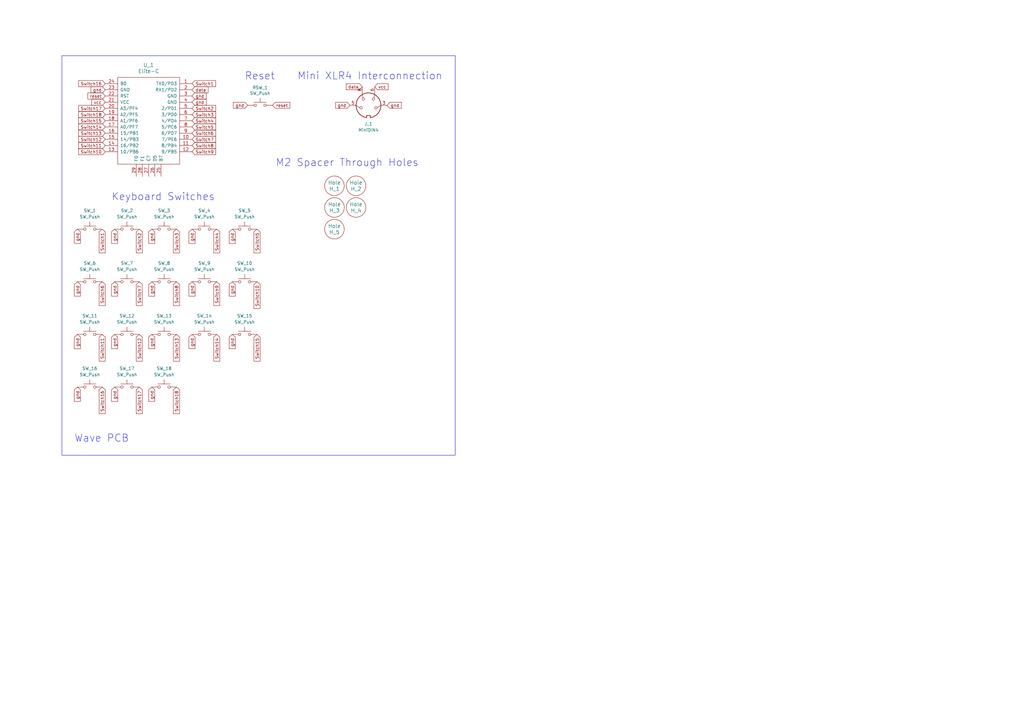
<source format=kicad_sch>
(kicad_sch (version 20230121) (generator eeschema)
  (paper "A3")
  (title_block (title "Wave") (date "2023-09-06") (rev "0.0.1"))
  (lib_symbols
    (symbol "Switch:SW_Push" (pin_numbers hide) (pin_names (offset 1.016) hide)
      (property "Reference" "SW" (at 1.27 2.54 0))
      (property "Value" "SW_Push" (at 0 -1.524 0))
      (symbol "SW_Push_0_1"
        (circle (center -2.032 0) (radius 0.508))
        (polyline (pts (xy 0 1.27) (xy 0 3.048)))
        (polyline (pts (xy 2.54 1.27) (xy -2.54 1.27)))
        (circle (center 2.032 0) (radius 0.508))
        (pin passive line (at -5.08 0 0) (length 2.54) (name "1") (number "1"))
        (pin passive line (at 5.08 0 180) (length 2.54) (name "2") (number "2"))
      )
    )
    (symbol "custom:Hole" (pin_numbers hide) (pin_names (offset 0) hide) (in_bom no)
      (property "Reference" "H" (at 0 -1.27 0))
      (property "Value" "Hole" (at 0 1.27 0))
      (symbol "Hole_0_1"
        (circle (center 0 0) (radius 4.0132))
      )
    )
    (symbol "custom:MiniDIN4" (pin_names (offset 1.016))
      (property "Reference" "J" (at 0 -8.255 0))
      (property "Value" "MiniDIN4" (at 0 -6.35 0))
      (symbol "MiniDIN4_0_1"
        (arc (start -5.08 0) (mid -3.8609 -3.3364) (end -0.762 -5.08) (stroke (width 0.254)))
        (circle (center -3.048 -1.016) (radius 0.508))
        (circle (center -2.032 2.54) (radius 0.508))
        (polyline (pts (xy -3.556 -1.016) (xy -5.08 0)))
        (polyline (pts (xy 5.08 0) (xy 3.556 -1.016)))
        (polyline (pts (xy -2.54 5.08) (xy -2.54 4.318) (xy -2.286 3.048)))
        (polyline (pts (xy 2.54 5.08) (xy 2.54 4.318) (xy 2.286 3.048)))
        (polyline (pts (xy -0.762 -4.953) (xy -0.762 -4.191) (xy 0.762 -4.191) (xy 0.762 -4.953)) (stroke (width 0.254)))
        (arc (start 0.762 -5.08) (mid 3.8685 -3.343) (end 5.08 0) (stroke (width 0.254)))
        (circle (center 2.032 2.54) (radius 0.508))
        (circle (center 3.048 -1.016) (radius 0.508))
        (arc (start 5.08 0) (mid 0 5.0579) (end -5.08 0) (stroke (width 0.254)))
      )
      (symbol "MiniDIN4_1_1"
        (pin passive line (at 7.62 0 180) (length 2.54) (name "") (number "3"))
        (pin passive line (at -7.62 0 0) (length 2.54) (name "") (number "5"))
        (pin passive line (at 2.54 7.62 270) (length 2.54) (name "") (number "6"))
        (pin passive line (at -2.54 7.62 270) (length 2.54) (name "") (number "8"))
      )
    )
    (symbol "keebio:Elite-C" (pin_names (offset 1.016))
      (property "Reference" "U" (at 0 0 0))
      (property "Value" "Elite-C" (at 0 2.54 0))
      (symbol "Elite-C_0_1"
        (rectangle (start 12.7 -19.05) (end -12.7 16.51))
      )
      (symbol "Elite-C_1_1"
        (pin input line (at -17.78 13.97 0) (length 5.08) (name "TX0/PD3") (number "1"))
        (pin input line (at -17.78 -8.89 0) (length 5.08) (name "7/PE6") (number "10"))
        (pin input line (at -17.78 -11.43 0) (length 5.08) (name "8/PB4") (number "11"))
        (pin input line (at -17.78 -13.97 0) (length 5.08) (name "9/PB5") (number "12"))
        (pin input line (at 17.78 -13.97 180) (length 5.08) (name "10/PB6") (number "13"))
        (pin input line (at 17.78 -11.43 180) (length 5.08) (name "16/PB2") (number "14"))
        (pin input line (at 17.78 -8.89 180) (length 5.08) (name "14/PB3") (number "15"))
        (pin input line (at 17.78 -6.35 180) (length 5.08) (name "15/PB1") (number "16"))
        (pin input line (at 17.78 -3.81 180) (length 5.08) (name "A0/PF7") (number "17"))
        (pin input line (at 17.78 -1.27 180) (length 5.08) (name "A1/PF6") (number "18"))
        (pin input line (at 17.78 1.27 180) (length 5.08) (name "A2/PF5") (number "19"))
        (pin input line (at -17.78 11.43 0) (length 5.08) (name "RX1/PD2") (number "2"))
        (pin input line (at 17.78 3.81 180) (length 5.08) (name "A3/PF4") (number "20"))
        (pin input line (at 17.78 6.35 180) (length 5.08) (name "VCC") (number "21"))
        (pin input line (at 17.78 8.89 180) (length 5.08) (name "RST") (number "22"))
        (pin input line (at 17.78 11.43 180) (length 5.08) (name "GND") (number "23"))
        (pin input line (at 17.78 13.97 180) (length 5.08) (name "B0") (number "24"))
        (pin input line (at -5.08 -24.13 90) (length 5.08) (name "B7") (number "25"))
        (pin input line (at -2.54 -24.13 90) (length 5.08) (name "D5") (number "26"))
        (pin input line (at 0 -24.13 90) (length 5.08) (name "C7") (number "27"))
        (pin input line (at 2.54 -24.13 90) (length 5.08) (name "F1") (number "28"))
        (pin input line (at 5.08 -24.13 90) (length 5.08) (name "F0") (number "29"))
        (pin input line (at -17.78 8.89 0) (length 5.08) (name "GND") (number "3"))
        (pin input line (at -17.78 6.35 0) (length 5.08) (name "GND") (number "4"))
        (pin input line (at -17.78 3.81 0) (length 5.08) (name "2/PD1") (number "5"))
        (pin input line (at -17.78 1.27 0) (length 5.08) (name "3/PD0") (number "6"))
        (pin input line (at -17.78 -1.27 0) (length 5.08) (name "4/PD4") (number "7"))
        (pin input line (at -17.78 -3.81 0) (length 5.08) (name "5/PC6") (number "8"))
        (pin input line (at -17.78 -6.35 0) (length 5.08) (name "6/PD7") (number "9"))
      )
    )
  )
  (rectangle (start 25.4 22.86) (end 186.69 186.69))
  (text "Keyboard Switches" (at 45.72 82.55 0) (effects (font (size 2.9972 2.9972)) (justify left bottom)))
  (text "Mini XLR4 Interconnection" (at 121.92 33.02 0) (effects (font (size 2.9972 2.9972)) (justify left bottom)))
  (text "M2 Spacer Through Holes" (at 113.03 68.58 0) (effects (font (size 2.9972 2.9972)) (justify left bottom)))
  (text "Wave PCB" (at 30.48 181.61 0) (effects (font (size 2.9972 2.9972)) (justify left bottom)))
  (text "Reset" (at 100.33 33.02 0) (effects (font (size 2.9972 2.9972)) (justify left bottom)))
  (global_label "Switch1" (shape input) (at 78.74 34.29 0) (property "Intersheetrefs" "${INTERSHEET_REFS}" (effects hide)))
  (global_label "Switch3" (shape input) (at 72.39 93.98 270) (property "Intersheetrefs" "${INTERSHEET_REFS}" (effects hide)))
  (global_label "Switch15" (shape input) (at 105.41 137.16 270) (property "Intersheetrefs" "${INTERSHEET_REFS}" (effects hide)))
  (global_label "Switch8" (shape input) (at 72.39 115.57 270) (property "Intersheetrefs" "${INTERSHEET_REFS}" (effects hide)))
  (global_label "gnd" (shape input) (at 78.74 93.98 270) (property "Intersheetrefs" "${INTERSHEET_REFS}" (effects hide)))
  (global_label "Switch12" (shape input) (at 57.15 137.16 270) (property "Intersheetrefs" "${INTERSHEET_REFS}" (effects hide)))
  (global_label "gnd" (shape input) (at 101.6 43.18 180) (property "Intersheetrefs" "${INTERSHEET_REFS}" (effects hide)))
  (global_label "Switch17" (shape input) (at 57.15 158.75 270) (property "Intersheetrefs" "${INTERSHEET_REFS}" (effects hide)))
  (global_label "gnd" (shape input) (at 46.99 137.16 270) (property "Intersheetrefs" "${INTERSHEET_REFS}" (effects hide)))
  (global_label "Switch12" (shape input) (at 43.18 57.15 180) (property "Intersheetrefs" "${INTERSHEET_REFS}" (effects hide)))
  (global_label "gnd" (shape input) (at 31.75 115.57 270) (property "Intersheetrefs" "${INTERSHEET_REFS}" (effects hide)))
  (global_label "Switch13" (shape input) (at 72.39 137.16 270) (property "Intersheetrefs" "${INTERSHEET_REFS}" (effects hide)))
  (global_label "gnd" (shape input) (at 62.23 137.16 270) (property "Intersheetrefs" "${INTERSHEET_REFS}" (effects hide)))
  (global_label "Switch17" (shape input) (at 43.18 44.45 180) (property "Intersheetrefs" "${INTERSHEET_REFS}" (effects hide)))
  (global_label "gnd" (shape input) (at 43.18 36.83 180) (property "Intersheetrefs" "${INTERSHEET_REFS}" (effects hide)))
  (global_label "gnd" (shape input) (at 31.75 137.16 270) (property "Intersheetrefs" "${INTERSHEET_REFS}" (effects hide)))
  (global_label "Switch9" (shape input) (at 78.74 62.23 0) (property "Intersheetrefs" "${INTERSHEET_REFS}" (effects hide)))
  (global_label "Switch16" (shape input) (at 41.91 158.75 270) (property "Intersheetrefs" "${INTERSHEET_REFS}" (effects hide)))
  (global_label "vcc" (shape input) (at 43.18 41.91 180) (property "Intersheetrefs" "${INTERSHEET_REFS}" (effects hide)))
  (global_label "gnd" (shape input) (at 31.75 93.98 270) (property "Intersheetrefs" "${INTERSHEET_REFS}" (effects hide)))
  (global_label "Switch16" (shape input) (at 43.18 34.29 180) (property "Intersheetrefs" "${INTERSHEET_REFS}" (effects hide)))
  (global_label "Switch7" (shape input) (at 57.15 115.57 270) (property "Intersheetrefs" "${INTERSHEET_REFS}" (effects hide)))
  (global_label "Switch15" (shape input) (at 43.18 49.53 180) (property "Intersheetrefs" "${INTERSHEET_REFS}" (effects hide)))
  (global_label "vcc" (shape input) (at 153.67 35.56 0) (property "Intersheetrefs" "${INTERSHEET_REFS}" (effects hide)))
  (global_label "gnd" (shape input) (at 46.99 93.98 270) (property "Intersheetrefs" "${INTERSHEET_REFS}" (effects hide)))
  (global_label "Switch6" (shape input) (at 78.74 54.61 0) (property "Intersheetrefs" "${INTERSHEET_REFS}" (effects hide)))
  (global_label "gnd" (shape input) (at 31.75 158.75 270) (property "Intersheetrefs" "${INTERSHEET_REFS}" (effects hide)))
  (global_label "Switch1" (shape input) (at 41.91 93.98 270) (property "Intersheetrefs" "${INTERSHEET_REFS}" (effects hide)))
  (global_label "Switch5" (shape input) (at 105.41 93.98 270) (property "Intersheetrefs" "${INTERSHEET_REFS}" (effects hide)))
  (global_label "gnd" (shape input) (at 78.74 115.57 270) (property "Intersheetrefs" "${INTERSHEET_REFS}" (effects hide)))
  (global_label "Switch10" (shape input) (at 105.41 115.57 270) (property "Intersheetrefs" "${INTERSHEET_REFS}" (effects hide)))
  (global_label "gnd" (shape input) (at 62.23 93.98 270) (property "Intersheetrefs" "${INTERSHEET_REFS}" (effects hide)))
  (global_label "reset" (shape input) (at 111.76 43.18 0) (property "Intersheetrefs" "${INTERSHEET_REFS}" (effects hide)))
  (global_label "gnd" (shape input) (at 95.25 137.16 270) (property "Intersheetrefs" "${INTERSHEET_REFS}" (effects hide)))
  (global_label "Switch4" (shape input) (at 78.74 49.53 0) (property "Intersheetrefs" "${INTERSHEET_REFS}" (effects hide)))
  (global_label "Switch11" (shape input) (at 41.91 137.16 270) (property "Intersheetrefs" "${INTERSHEET_REFS}" (effects hide)))
  (global_label "Switch18" (shape input) (at 72.39 158.75 270) (property "Intersheetrefs" "${INTERSHEET_REFS}" (effects hide)))
  (global_label "reset" (shape input) (at 43.18 39.37 180) (property "Intersheetrefs" "${INTERSHEET_REFS}" (effects hide)))
  (global_label "gnd" (shape input) (at 46.99 158.75 270) (property "Intersheetrefs" "${INTERSHEET_REFS}" (effects hide)))
  (global_label "Switch11" (shape input) (at 43.18 59.69 180) (property "Intersheetrefs" "${INTERSHEET_REFS}" (effects hide)))
  (global_label "Switch13" (shape input) (at 43.18 54.61 180) (property "Intersheetrefs" "${INTERSHEET_REFS}" (effects hide)))
  (global_label "Switch4" (shape input) (at 88.9 93.98 270) (property "Intersheetrefs" "${INTERSHEET_REFS}" (effects hide)))
  (global_label "Switch18" (shape input) (at 43.18 46.99 180) (property "Intersheetrefs" "${INTERSHEET_REFS}" (effects hide)))
  (global_label "Switch10" (shape input) (at 43.18 62.23 180) (property "Intersheetrefs" "${INTERSHEET_REFS}" (effects hide)))
  (global_label "Switch2" (shape input) (at 57.15 93.98 270) (property "Intersheetrefs" "${INTERSHEET_REFS}" (effects hide)))
  (global_label "gnd" (shape input) (at 95.25 115.57 270) (property "Intersheetrefs" "${INTERSHEET_REFS}" (effects hide)))
  (global_label "gnd" (shape input) (at 78.74 41.91 0) (property "Intersheetrefs" "${INTERSHEET_REFS}" (effects hide)))
  (global_label "gnd" (shape input) (at 78.74 39.37 0) (property "Intersheetrefs" "${INTERSHEET_REFS}" (effects hide)))
  (global_label "Switch14" (shape input) (at 43.18 52.07 180) (property "Intersheetrefs" "${INTERSHEET_REFS}" (effects hide)))
  (global_label "gnd" (shape input) (at 95.25 93.98 270) (property "Intersheetrefs" "${INTERSHEET_REFS}" (effects hide)))
  (global_label "Switch7" (shape input) (at 78.74 57.15 0) (property "Intersheetrefs" "${INTERSHEET_REFS}" (effects hide)))
  (global_label "Switch2" (shape input) (at 78.74 44.45 0) (property "Intersheetrefs" "${INTERSHEET_REFS}" (effects hide)))
  (global_label "Switch8" (shape input) (at 78.74 59.69 0) (property "Intersheetrefs" "${INTERSHEET_REFS}" (effects hide)))
  (global_label "gnd" (shape input) (at 143.51 43.18 180) (property "Intersheetrefs" "${INTERSHEET_REFS}" (effects hide)))
  (global_label "gnd" (shape input) (at 62.23 115.57 270) (property "Intersheetrefs" "${INTERSHEET_REFS}" (effects hide)))
  (global_label "data" (shape input) (at 148.59 35.56 180) (property "Intersheetrefs" "${INTERSHEET_REFS}" (effects hide)))
  (global_label "data" (shape input) (at 78.74 36.83 0) (property "Intersheetrefs" "${INTERSHEET_REFS}" (effects hide)))
  (global_label "Switch5" (shape input) (at 78.74 52.07 0) (property "Intersheetrefs" "${INTERSHEET_REFS}" (effects hide)))
  (global_label "gnd" (shape input) (at 46.99 115.57 270) (property "Intersheetrefs" "${INTERSHEET_REFS}" (effects hide)))
  (global_label "Switch9" (shape input) (at 88.9 115.57 270) (property "Intersheetrefs" "${INTERSHEET_REFS}" (effects hide)))
  (global_label "Switch3" (shape input) (at 78.74 46.99 0) (property "Intersheetrefs" "${INTERSHEET_REFS}" (effects hide)))
  (global_label "gnd" (shape input) (at 158.75 43.18 0) (property "Intersheetrefs" "${INTERSHEET_REFS}" (effects hide)))
  (global_label "gnd" (shape input) (at 62.23 158.75 270) (property "Intersheetrefs" "${INTERSHEET_REFS}" (effects hide)))
  (global_label "gnd" (shape input) (at 78.74 137.16 270) (property "Intersheetrefs" "${INTERSHEET_REFS}" (effects hide)))
  (global_label "Switch14" (shape input) (at 88.9 137.16 270) (property "Intersheetrefs" "${INTERSHEET_REFS}" (effects hide)))
  (global_label "Switch6" (shape input) (at 41.91 115.57 270) (property "Intersheetrefs" "${INTERSHEET_REFS}" (effects hide)))
  (symbol (lib_id "Switch:SW_Push") (at 36.83 93.98 0) (mirror y) (unit 1)
    (property "Reference" "SW_1" (at 36.83 86.36 0))
    (property "Value" "SW_Push" (at 36.83 88.9 0))
    (property "Footprint" "custom:Kailh_socket_PG1350_1.00u_optional_millmax_reversible" (effects hide))
  )
  (symbol (lib_id "Switch:SW_Push") (at 52.07 93.98 0) (mirror y) (unit 1)
    (property "Reference" "SW_2" (at 52.07 86.36 0))
    (property "Value" "SW_Push" (at 52.07 88.9 0))
    (property "Footprint" "custom:Kailh_socket_PG1350_1.00u_optional_millmax_reversible" (effects hide))
  )
  (symbol (lib_id "Switch:SW_Push") (at 67.31 93.98 0) (mirror y) (unit 1)
    (property "Reference" "SW_3" (at 67.31 86.36 0))
    (property "Value" "SW_Push" (at 67.31 88.9 0))
    (property "Footprint" "custom:Kailh_socket_PG1350_1.00u_optional_millmax_reversible" (effects hide))
  )
  (symbol (lib_id "Switch:SW_Push") (at 83.82 93.98 0) (mirror y) (unit 1)
    (property "Reference" "SW_4" (at 83.82 86.36 0))
    (property "Value" "SW_Push" (at 83.82 88.9 0))
    (property "Footprint" "custom:Kailh_socket_PG1350_1.00u_optional_millmax_reversible" (effects hide))
  )
  (symbol (lib_id "Switch:SW_Push") (at 100.33 93.98 0) (mirror y) (unit 1)
    (property "Reference" "SW_5" (at 100.33 86.36 0))
    (property "Value" "SW_Push" (at 100.33 88.9 0))
    (property "Footprint" "custom:Kailh_socket_PG1350_1.00u_optional_millmax_reversible" (effects hide))
  )
  (symbol (lib_id "Switch:SW_Push") (at 36.83 158.75 0) (mirror y) (unit 1)
    (property "Reference" "SW_16" (at 36.83 151.13 0))
    (property "Value" "SW_Push" (at 36.83 153.67 0))
    (property "Footprint" "custom:Kailh_socket_PG1350_1.50u_optional_millmax_reversible" (effects hide))
  )
  (symbol (lib_id "Switch:SW_Push") (at 52.07 158.75 0) (mirror y) (unit 1)
    (property "Reference" "SW_17" (at 52.07 151.13 0))
    (property "Value" "SW_Push" (at 52.07 153.67 0))
    (property "Footprint" "custom:Kailh_socket_PG1350_1.00u_optional_millmax_reversible" (effects hide))
  )
  (symbol (lib_id "Switch:SW_Push") (at 36.83 115.57 0) (mirror y) (unit 1)
    (property "Reference" "SW_6" (at 36.83 107.95 0))
    (property "Value" "SW_Push" (at 36.83 110.49 0))
    (property "Footprint" "custom:Kailh_socket_PG1350_1.00u_optional_millmax_reversible" (effects hide))
  )
  (symbol (lib_id "Switch:SW_Push") (at 52.07 115.57 0) (mirror y) (unit 1)
    (property "Reference" "SW_7" (at 52.07 107.95 0))
    (property "Value" "SW_Push" (at 52.07 110.49 0))
    (property "Footprint" "custom:Kailh_socket_PG1350_1.00u_optional_millmax_reversible" (effects hide))
  )
  (symbol (lib_id "Switch:SW_Push") (at 67.31 115.57 0) (mirror y) (unit 1)
    (property "Reference" "SW_8" (at 67.31 107.95 0))
    (property "Value" "SW_Push" (at 67.31 110.49 0))
    (property "Footprint" "custom:Kailh_socket_PG1350_1.00u_optional_millmax_reversible" (effects hide))
  )
  (symbol (lib_id "Switch:SW_Push") (at 83.82 115.57 0) (mirror y) (unit 1)
    (property "Reference" "SW_9" (at 83.82 107.95 0))
    (property "Value" "SW_Push" (at 83.82 110.49 0))
    (property "Footprint" "custom:Kailh_socket_PG1350_1.00u_optional_millmax_reversible" (effects hide))
  )
  (symbol (lib_id "Switch:SW_Push") (at 100.33 115.57 0) (mirror y) (unit 1)
    (property "Reference" "SW_10" (at 100.33 107.95 0))
    (property "Value" "SW_Push" (at 100.33 110.49 0))
    (property "Footprint" "custom:Kailh_socket_PG1350_1.00u_optional_millmax_reversible" (effects hide))
  )
  (symbol (lib_id "Switch:SW_Push") (at 36.83 137.16 0) (mirror y) (unit 1)
    (property "Reference" "SW_11" (at 36.83 129.54 0))
    (property "Value" "SW_Push" (at 36.83 132.08 0))
    (property "Footprint" "custom:Kailh_socket_PG1350_1.00u_optional_millmax_reversible" (effects hide))
  )
  (symbol (lib_id "Switch:SW_Push") (at 52.07 137.16 0) (mirror y) (unit 1)
    (property "Reference" "SW_12" (at 52.07 129.54 0))
    (property "Value" "SW_Push" (at 52.07 132.08 0))
    (property "Footprint" "custom:Kailh_socket_PG1350_1.00u_optional_millmax_reversible" (effects hide))
  )
  (symbol (lib_id "Switch:SW_Push") (at 67.31 137.16 0) (mirror y) (unit 1)
    (property "Reference" "SW_13" (at 67.31 129.54 0))
    (property "Value" "SW_Push" (at 67.31 132.08 0))
    (property "Footprint" "custom:Kailh_socket_PG1350_1.00u_optional_millmax_reversible" (effects hide))
  )
  (symbol (lib_id "Switch:SW_Push") (at 83.82 137.16 0) (mirror y) (unit 1)
    (property "Reference" "SW_14" (at 83.82 129.54 0))
    (property "Value" "SW_Push" (at 83.82 132.08 0))
    (property "Footprint" "custom:Kailh_socket_PG1350_1.00u_optional_millmax_reversible" (effects hide))
  )
  (symbol (lib_id "Switch:SW_Push") (at 100.33 137.16 0) (mirror y) (unit 1)
    (property "Reference" "SW_15" (at 100.33 129.54 0))
    (property "Value" "SW_Push" (at 100.33 132.08 0))
    (property "Footprint" "custom:Kailh_socket_PG1350_1.00u_optional_millmax_reversible" (effects hide))
  )
  (symbol (lib_id "Switch:SW_Push") (at 106.68 43.18 0) (unit 1)
    (property "Reference" "RSW_1" (at 106.68 35.941 0))
    (property "Value" "SW_Push" (at 106.68 38.2524 0))
    (property "Footprint" "custom:Omron_B3U-1000P-B_reversible" (effects hide))
  )
  (symbol (lib_id "custom:Hole") (at 137.16 76.2 0) (unit 1) (in_bom no)
    (property "Reference" "H_1" (at 137.16 77.47 0) (effects (font (size 1.524 1.524))))
    (property "Value" "Hole" (at 137.16 74.93 0) (effects (font (size 1.524 1.524))))
    (property "Footprint" "custom:Würth_Elektronik_970060244_M2_spacer_hole_pad" (effects hide))
  )
  (symbol (lib_id "keebio:Elite-C") (at 60.96 48.26 0) (mirror y) (unit 1)
    (property "Reference" "U_1" (at 60.96 26.67 0) (effects (font (size 1.524 1.524))))
    (property "Value" "Elite-C" (at 60.96 29.21 0) (effects (font (size 1.524 1.524))))
    (property "Footprint" "custom:Elite-C-upsideDown_reversible" (effects hide))
  )
  (symbol (lib_id "custom:Hole") (at 137.16 93.98 0) (unit 1) (in_bom no)
    (property "Reference" "H_5" (at 137.16 95.25 0) (effects (font (size 1.524 1.524))))
    (property "Value" "Hole" (at 137.16 92.71 0) (effects (font (size 1.524 1.524))))
    (property "Footprint" "custom:Würth_Elektronik_970060244_M2_spacer_hole_pad" (effects hide))
  )
  (symbol (lib_id "Switch:SW_Push") (at 67.31 158.75 0) (mirror y) (unit 1)
    (property "Reference" "SW_18" (at 67.31 151.13 0))
    (property "Value" "SW_Push" (at 67.31 153.67 0))
    (property "Footprint" "custom:Kailh_socket_PG1350_1.00u_optional_millmax_reversible" (effects hide))
  )
  (symbol (lib_id "custom:Hole") (at 146.05 85.09 0) (unit 1) (in_bom no)
    (property "Reference" "H_4" (at 146.05 86.36 0) (effects (font (size 1.524 1.524))))
    (property "Value" "Hole" (at 146.05 83.82 0) (effects (font (size 1.524 1.524))))
    (property "Footprint" "custom:Würth_Elektronik_970060244_M2_spacer_hole_pad" (effects hide))
  )
  (symbol (lib_id "custom:MiniDIN4") (at 151.13 43.18 0) (unit 1)
    (property "Reference" "J_1" (at 151.1301 50.8 0))
    (property "Value" "MiniDIN4" (at 151.1301 53.34 0))
    (property "Footprint" "custom:AdamTech_MDJ-004-FS_reversible" (effects hide))
  )
  (symbol (lib_id "custom:Hole") (at 137.16 85.09 0) (unit 1) (in_bom no)
    (property "Reference" "H_3" (at 137.16 86.36 0) (effects (font (size 1.524 1.524))))
    (property "Value" "Hole" (at 137.16 83.82 0) (effects (font (size 1.524 1.524))))
    (property "Footprint" "custom:Würth_Elektronik_970060244_M2_spacer_hole_pad" (effects hide))
  )
  (symbol (lib_id "custom:Hole") (at 146.05 76.2 0) (unit 1) (in_bom no)
    (property "Reference" "H_2" (at 146.05 77.47 0) (effects (font (size 1.524 1.524))))
    (property "Value" "Hole" (at 146.05 74.93 0) (effects (font (size 1.524 1.524))))
    (property "Footprint" "custom:Würth_Elektronik_970060244_M2_spacer_hole_pad" (effects hide))
  )
)
</source>
